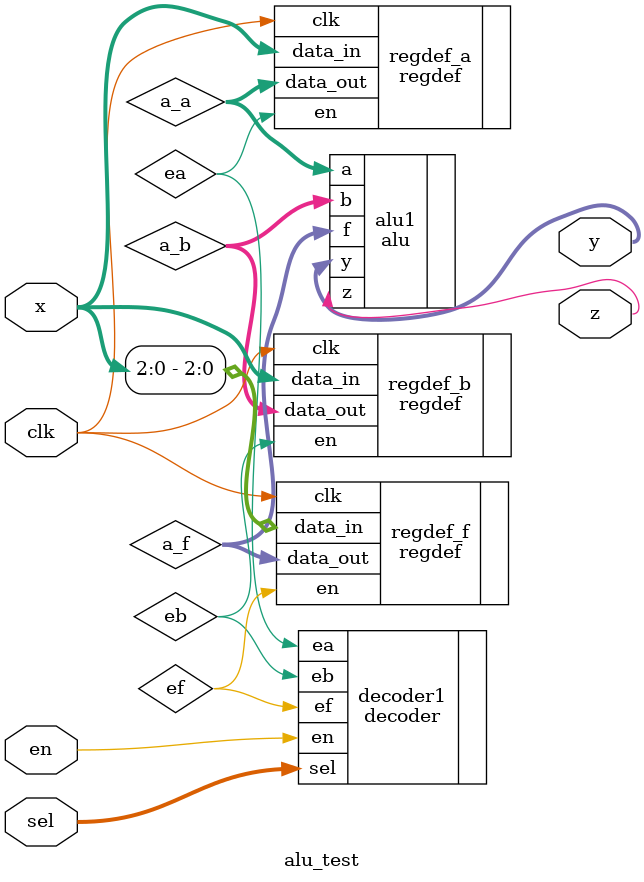
<source format=v>
`timescale 1ns / 1ps


module alu_test#(
parameter WIDTH = 6
)(
input en,   //button
input clk,  //
input [1:0] sel,    //sw7~6
input [WIDTH - 1:0] x,  //sw5~0
output z,   
output [WIDTH - 1:0] y
    );
    
wire ef;
wire ea,eb;
wire [2:0] a_f;
wire [WIDTH-1:0] a_a,a_b;

reg [31:0] num;
reg [2:0] cnt;
reg [3:0]hexplay_an;
reg [3:0]hexplay_data;

always @(posedge clk) 
begin
    if(num[20]==1)
    begin
        cnt<=cnt+1;
        num<=0;
    end
    else
        num<=num+1;
end
always @(*)
begin
    case(cnt)
    3'b000: begin hexplay_an<=0;hexplay_data<=5;end
    3'b001: begin hexplay_an<=1;hexplay_data<=9;end
    3'b010: begin hexplay_an<=2;hexplay_data<=0;end
    3'b011: begin hexplay_an<=3;hexplay_data<=3;end
    3'b100: begin hexplay_an<=4;hexplay_data<=1;end
    3'b101: begin hexplay_an<=5;hexplay_data<=8;end
    3'b110: begin hexplay_an<=6;hexplay_data<=2;end
    3'b111: begin hexplay_an<=7;hexplay_data<=6;end
    endcase
end


decoder #(.WIDTH(2))decoder1(.en(en),.sel(sel),.ef(ef),.ea(ea),.eb(eb));

alu #(.WIDTH(6))alu1(.a(a_a),.b(a_b),.f(a_f),.y(y),.z(z));

regdef #(.WIDTH(3))regdef_f(.clk(clk),.en(ef),.data_in(x[2:0]),.data_out(a_f));
regdef #(.WIDTH(6))regdef_a(.clk(clk),.en(ea),.data_in(x),.data_out(a_a));
regdef #(.WIDTH(6))regdef_b(.clk(clk),.en(eb),.data_in(x),.data_out(a_b));

endmodule

</source>
